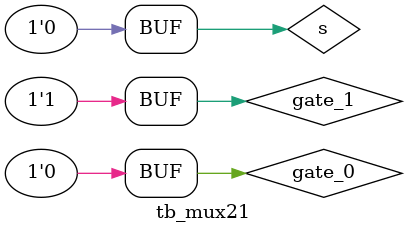
<source format=v>
`timescale 1ns/1ns
module tb_mux21();
  reg gate_0, gate_1, s;
  wire out;
  initial begin
    gate_0 = 1;
    gate_1 = 0;
    s = 1;
    #40;
    s = 0;
    #40;
    gate_0 = 0;
    gate_1 = 1;
    s = 1;
    #40;
    s = 0;
  end
  MUX2_1 ins1(
            .gate_0(gate_0),
            .gate_1(gate_1),
            .s(s),
            .out(out)
        );
endmodule
  

</source>
